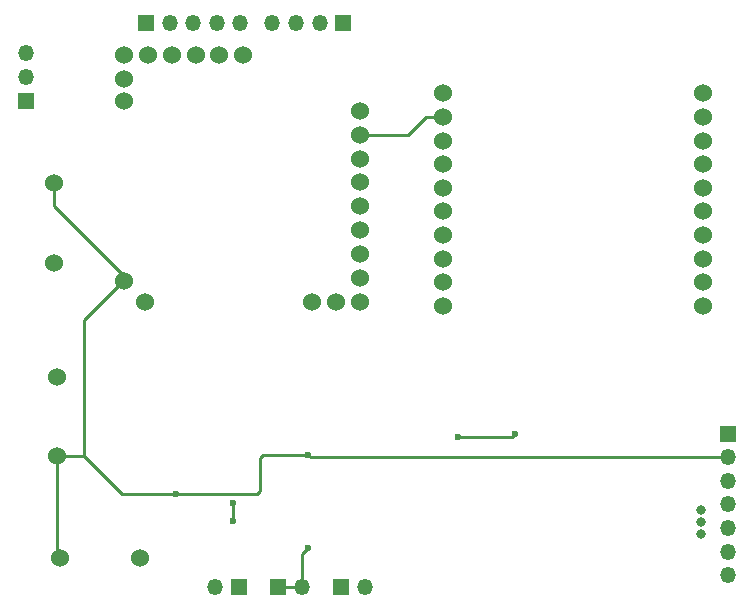
<source format=gbr>
G04 #@! TF.GenerationSoftware,KiCad,Pcbnew,5.0.0-rc3-unknown-3e22e5c~65~ubuntu16.04.1*
G04 #@! TF.CreationDate,2018-07-11T23:18:04-04:00*
G04 #@! TF.ProjectId,Phoenix_schema_new,50686F656E69785F736368656D615F6E,rev?*
G04 #@! TF.SameCoordinates,Original*
G04 #@! TF.FileFunction,Copper,L2,Bot,Signal*
G04 #@! TF.FilePolarity,Positive*
%FSLAX46Y46*%
G04 Gerber Fmt 4.6, Leading zero omitted, Abs format (unit mm)*
G04 Created by KiCad (PCBNEW 5.0.0-rc3-unknown-3e22e5c~65~ubuntu16.04.1) date Wed Jul 11 23:18:04 2018*
%MOMM*%
%LPD*%
G01*
G04 APERTURE LIST*
G04 #@! TA.AperFunction,ComponentPad*
%ADD10C,1.524000*%
G04 #@! TD*
G04 #@! TA.AperFunction,ComponentPad*
%ADD11R,1.350000X1.350000*%
G04 #@! TD*
G04 #@! TA.AperFunction,ComponentPad*
%ADD12O,1.350000X1.350000*%
G04 #@! TD*
G04 #@! TA.AperFunction,ComponentPad*
%ADD13C,0.800000*%
G04 #@! TD*
G04 #@! TA.AperFunction,ViaPad*
%ADD14C,0.600000*%
G04 #@! TD*
G04 #@! TA.AperFunction,Conductor*
%ADD15C,0.250000*%
G04 #@! TD*
G04 APERTURE END LIST*
D10*
G04 #@! TO.P,Zigbee,1*
G04 #@! TO.N,Net-(E1-PadC)*
X139446000Y-78130400D03*
G04 #@! TO.P,Zigbee,2*
G04 #@! TO.N,Net-(E1-PadB)*
X139430000Y-80131000D03*
G04 #@! TO.P,Zigbee,3*
G04 #@! TO.N,Net-(E1-PadA)*
X139430000Y-82131000D03*
G04 #@! TO.P,Zigbee,4*
G04 #@! TO.N,Net-(U1-Pad4)*
X139430000Y-84131000D03*
G04 #@! TO.P,Zigbee,5*
G04 #@! TO.N,Net-(U1-Pad5)*
X139430000Y-86131000D03*
G04 #@! TO.P,Zigbee,6*
G04 #@! TO.N,Net-(U1-Pad6)*
X139430000Y-88131000D03*
G04 #@! TO.P,Zigbee,7*
G04 #@! TO.N,Net-(U1-Pad7)*
X139430000Y-90131000D03*
G04 #@! TO.P,Zigbee,8*
G04 #@! TO.N,Net-(U1-Pad8)*
X139430000Y-92131000D03*
G04 #@! TO.P,Zigbee,9*
G04 #@! TO.N,Net-(U1-Pad9)*
X139430000Y-94131000D03*
G04 #@! TO.P,Zigbee,10*
G04 #@! TO.N,Net-(E1-PadD)*
X139430000Y-96131000D03*
G04 #@! TO.P,Zigbee,20*
G04 #@! TO.N,Net-(U1-Pad20)*
X161442400Y-78079600D03*
G04 #@! TO.P,Zigbee,19*
G04 #@! TO.N,Net-(U1-Pad19)*
X161430000Y-80131000D03*
G04 #@! TO.P,Zigbee,18*
G04 #@! TO.N,Net-(U1-Pad18)*
X161430000Y-82131000D03*
G04 #@! TO.P,Zigbee,17*
G04 #@! TO.N,Net-(U1-Pad17)*
X161430000Y-84131000D03*
G04 #@! TO.P,Zigbee,16*
G04 #@! TO.N,Net-(U1-Pad16)*
X161430000Y-86131000D03*
G04 #@! TO.P,Zigbee,15*
G04 #@! TO.N,Net-(U1-Pad15)*
X161430000Y-88131000D03*
G04 #@! TO.P,Zigbee,14*
G04 #@! TO.N,Net-(U1-Pad14)*
X161430000Y-90131000D03*
G04 #@! TO.P,Zigbee,13*
G04 #@! TO.N,Net-(U1-Pad13)*
X161430000Y-92131000D03*
G04 #@! TO.P,Zigbee,12*
G04 #@! TO.N,Net-(U1-Pad12)*
X161430000Y-94131000D03*
G04 #@! TO.P,Zigbee,11*
G04 #@! TO.N,Net-(U1-Pad11)*
X161430000Y-96131000D03*
G04 #@! TD*
D11*
G04 #@! TO.P,To ESCs,1*
G04 #@! TO.N,Net-(E1-Pad4)*
X114300000Y-72136000D03*
D12*
G04 #@! TO.P,To ESCs,2*
G04 #@! TO.N,Net-(E1-Pad5)*
X116300000Y-72136000D03*
G04 #@! TO.P,To ESCs,3*
G04 #@! TO.N,Net-(E1-Pad6)*
X118300000Y-72136000D03*
G04 #@! TO.P,To ESCs,4*
G04 #@! TO.N,Net-(E1-Pad7)*
X120300000Y-72136000D03*
G04 #@! TO.P,To ESCs,5*
G04 #@! TO.N,Net-(E1-Pad8)*
X122300000Y-72136000D03*
G04 #@! TD*
D10*
G04 #@! TO.P,ELKA,D*
G04 #@! TO.N,Net-(E1-PadD)*
X132408477Y-85667204D03*
G04 #@! TO.P,ELKA,C*
G04 #@! TO.N,Net-(E1-PadC)*
X132408477Y-83667204D03*
G04 #@! TO.P,ELKA,B*
G04 #@! TO.N,Net-(E1-PadB)*
X132408477Y-81667204D03*
G04 #@! TO.P,ELKA,A*
G04 #@! TO.N,Net-(E1-PadA)*
X132408477Y-79667204D03*
G04 #@! TO.P,ELKA,12*
G04 #@! TO.N,Net-(E1-Pad12)*
X114249200Y-95834200D03*
G04 #@! TO.P,ELKA,11*
G04 #@! TO.N,Net-(E1-Pad11)*
X112471200Y-94056200D03*
G04 #@! TO.P,ELKA,E*
G04 #@! TO.N,Net-(E1-PadE)*
X132410200Y-87706200D03*
G04 #@! TO.P,ELKA,F*
G04 #@! TO.N,Net-(E1-PadF)*
X132410200Y-89738200D03*
G04 #@! TO.P,ELKA,G*
G04 #@! TO.N,Net-(E1-PadG)*
X132410200Y-91770200D03*
G04 #@! TO.P,ELKA,H*
G04 #@! TO.N,Net-(E1-PadH)*
X132410200Y-93802200D03*
G04 #@! TO.P,ELKA,10*
G04 #@! TO.N,Net-(E1-Pad10)*
X128346200Y-95834200D03*
G04 #@! TO.P,ELKA,9*
G04 #@! TO.N,Net-(E1-Pad9)*
X130378200Y-95834200D03*
G04 #@! TO.P,ELKA,I*
G04 #@! TO.N,Net-(E1-PadI)*
X132410200Y-95834200D03*
G04 #@! TO.P,ELKA,1*
G04 #@! TO.N,Net-(E1-Pad1)*
X112471200Y-78816200D03*
G04 #@! TO.P,ELKA,2*
G04 #@! TO.N,Net-(E1-Pad2)*
X112471200Y-76911200D03*
G04 #@! TO.P,ELKA,8*
G04 #@! TO.N,Net-(E1-Pad8)*
X122497200Y-74863200D03*
G04 #@! TO.P,ELKA,7*
G04 #@! TO.N,Net-(E1-Pad7)*
X120497200Y-74863200D03*
G04 #@! TO.P,ELKA,6*
G04 #@! TO.N,Net-(E1-Pad6)*
X118497200Y-74863200D03*
G04 #@! TO.P,ELKA,5*
G04 #@! TO.N,Net-(E1-Pad5)*
X116497200Y-74863200D03*
G04 #@! TO.P,ELKA,4*
G04 #@! TO.N,Net-(E1-Pad4)*
X114497200Y-74863200D03*
G04 #@! TO.P,ELKA,3*
G04 #@! TO.N,Net-(E1-Pad3)*
X112471200Y-74879200D03*
G04 #@! TD*
G04 #@! TO.P,To EScs,1*
G04 #@! TO.N,Net-(E1-Pad11)*
X106553000Y-85725000D03*
G04 #@! TO.P,To EScs,2*
G04 #@! TO.N,Net-(J1-Pad2)*
X106553000Y-92456000D03*
G04 #@! TD*
D13*
G04 #@! TO.P,R1,1*
G04 #@! TO.N,Net-(J9\002CJ15-Pad3)*
X161290000Y-113385600D03*
G04 #@! TO.P,R1,2*
G04 #@! TO.N,Net-(J9\002CJ15-Pad4)*
X161290000Y-114401600D03*
G04 #@! TO.P,R1,3*
G04 #@! TO.N,Net-(J9\002CJ15-Pad5)*
X161290000Y-115417600D03*
G04 #@! TD*
D10*
G04 #@! TO.P,J1,1*
G04 #@! TO.N,Net-(E1-Pad11)*
X106807000Y-108839000D03*
G04 #@! TO.P,J1,2*
G04 #@! TO.N,Net-(J1-Pad2)*
X106807000Y-102108000D03*
G04 #@! TD*
D11*
G04 #@! TO.P,J16,1*
G04 #@! TO.N,Net-(E1-PadC)*
X131000000Y-72136000D03*
D12*
G04 #@! TO.P,J16,2*
G04 #@! TO.N,Net-(E1-PadD)*
X129000000Y-72136000D03*
G04 #@! TO.P,J16,3*
G04 #@! TO.N,Net-(E1-PadE)*
X127000000Y-72136000D03*
G04 #@! TO.P,J16,4*
G04 #@! TO.N,Net-(E1-PadF)*
X125000000Y-72136000D03*
G04 #@! TD*
D11*
G04 #@! TO.P,J3,1*
G04 #@! TO.N,Net-(E1-Pad12)*
X122174000Y-119888000D03*
D12*
G04 #@! TO.P,J3,2*
X120174000Y-119888000D03*
G04 #@! TD*
D11*
G04 #@! TO.P,J4,1*
G04 #@! TO.N,Net-(E1-Pad11)*
X125476000Y-119888000D03*
D12*
G04 #@! TO.P,J4,2*
X127476000Y-119888000D03*
G04 #@! TD*
D11*
G04 #@! TO.P,J5,1*
G04 #@! TO.N,Net-(J5-Pad1)*
X130810000Y-119888000D03*
D12*
G04 #@! TO.P,J5,2*
X132810000Y-119888000D03*
G04 #@! TD*
D10*
G04 #@! TO.P,J6,1*
G04 #@! TO.N,Net-(E1-Pad11)*
X107061000Y-117475000D03*
G04 #@! TO.P,J6,2*
G04 #@! TO.N,Net-(J1-Pad2)*
X113792000Y-117475000D03*
G04 #@! TD*
D11*
G04 #@! TO.P,J9\002CJ15,1*
G04 #@! TO.N,Net-(J5-Pad1)*
X163576000Y-106934000D03*
D12*
G04 #@! TO.P,J9\002CJ15,2*
G04 #@! TO.N,Net-(E1-Pad11)*
X163576000Y-108934000D03*
G04 #@! TO.P,J9\002CJ15,3*
G04 #@! TO.N,Net-(J9\002CJ15-Pad3)*
X163576000Y-110934000D03*
G04 #@! TO.P,J9\002CJ15,4*
G04 #@! TO.N,Net-(J9\002CJ15-Pad4)*
X163576000Y-112934000D03*
G04 #@! TO.P,J9\002CJ15,5*
G04 #@! TO.N,Net-(J9\002CJ15-Pad5)*
X163576000Y-114934000D03*
G04 #@! TO.P,J9\002CJ15,6*
G04 #@! TO.N,Net-(E1-PadG)*
X163576000Y-116934000D03*
G04 #@! TO.P,J9\002CJ15,7*
G04 #@! TO.N,Net-(E1-PadH)*
X163576000Y-118934000D03*
G04 #@! TD*
D11*
G04 #@! TO.P,,1*
G04 #@! TO.N,Net-(E1-Pad1)*
X104140000Y-78740000D03*
D12*
G04 #@! TO.P,,2*
G04 #@! TO.N,Net-(E1-Pad2)*
X104140000Y-76740000D03*
G04 #@! TO.P,,3*
G04 #@! TO.N,Net-(E1-Pad3)*
X104140000Y-74740000D03*
G04 #@! TD*
D14*
G04 #@! TO.N,Net-(E1-Pad12)*
X121666000Y-114300000D03*
X121666000Y-112776000D03*
G04 #@! TO.N,Net-(E1-Pad11)*
X128016000Y-108712000D03*
X128016000Y-116586000D03*
X116840000Y-112014000D03*
G04 #@! TO.N,Net-(J5-Pad1)*
X140716000Y-107188000D03*
X145542000Y-106934000D03*
G04 #@! TD*
D15*
G04 #@! TO.N,Net-(E1-PadB)*
X132408477Y-81667204D02*
X136518796Y-81667204D01*
X138055000Y-80131000D02*
X139430000Y-80131000D01*
X136518796Y-81667204D02*
X138055000Y-80131000D01*
G04 #@! TO.N,Net-(E1-Pad12)*
X121666000Y-112776000D02*
X121666000Y-114300000D01*
G04 #@! TO.N,Net-(E1-Pad11)*
X106553000Y-85725000D02*
X106553000Y-87630000D01*
X106553000Y-87630000D02*
X112649000Y-93726000D01*
X116840000Y-112014000D02*
X123698000Y-112014000D01*
X124206000Y-108712000D02*
X128016000Y-108712000D01*
X123952000Y-108966000D02*
X124206000Y-108712000D01*
X123952000Y-111760000D02*
X123952000Y-108966000D01*
X123698000Y-112014000D02*
X123952000Y-111760000D01*
X128238000Y-108934000D02*
X128016000Y-108712000D01*
X109093000Y-108839000D02*
X109093000Y-97282000D01*
X109093000Y-97282000D02*
X112649000Y-93726000D01*
X125476000Y-119888000D02*
X127476000Y-119888000D01*
X127476000Y-117126000D02*
X127476000Y-119888000D01*
X128016000Y-116586000D02*
X127476000Y-117126000D01*
X106807000Y-108839000D02*
X106807000Y-117221000D01*
X106807000Y-117221000D02*
X107061000Y-117475000D01*
X163576000Y-108934000D02*
X128238000Y-108934000D01*
X106807000Y-108839000D02*
X109093000Y-108839000D01*
X109093000Y-108839000D02*
X112268000Y-112014000D01*
X112268000Y-112014000D02*
X116840000Y-112014000D01*
X107315000Y-117221000D02*
X107061000Y-117475000D01*
X107188000Y-108458000D02*
X106807000Y-108839000D01*
G04 #@! TO.N,Net-(J5-Pad1)*
X145288000Y-107188000D02*
X140716000Y-107188000D01*
X145542000Y-106934000D02*
X145288000Y-107188000D01*
G04 #@! TD*
M02*

</source>
